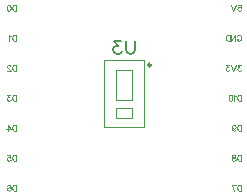
<source format=gbo>
G04 Layer: BottomSilkscreenLayer*
G04 EasyEDA v6.5.42, 2024-06-11 14:58:49*
G04 7db2e0652eb0440fb163e0b1e141f317,b485016a937d426fb03638db52ce050d,10*
G04 Gerber Generator version 0.2*
G04 Scale: 100 percent, Rotated: No, Reflected: No *
G04 Dimensions in millimeters *
G04 leading zeros omitted , absolute positions ,4 integer and 5 decimal *
%FSLAX45Y45*%
%MOMM*%

%ADD10C,0.1524*%
%ADD11C,0.1000*%
%ADD12C,0.1016*%
%ADD13C,0.2400*%

%LPD*%
D10*
X6057900Y5601715D02*
G01*
X6057900Y5523737D01*
X6052820Y5508244D01*
X6042406Y5497829D01*
X6026658Y5492750D01*
X6016243Y5492750D01*
X6000750Y5497829D01*
X5990336Y5508244D01*
X5985256Y5523737D01*
X5985256Y5601715D01*
X5940552Y5601715D02*
G01*
X5883402Y5601715D01*
X5914390Y5560060D01*
X5898895Y5560060D01*
X5888481Y5554979D01*
X5883402Y5549900D01*
X5878068Y5534152D01*
X5878068Y5523737D01*
X5883402Y5508244D01*
X5893815Y5497829D01*
X5909309Y5492750D01*
X5924804Y5492750D01*
X5940552Y5497829D01*
X5945631Y5502910D01*
X5950965Y5513323D01*
D11*
X6932325Y5905152D02*
G01*
X6955050Y5905152D01*
X6957324Y5884697D01*
X6955050Y5886970D01*
X6948233Y5889244D01*
X6941416Y5889244D01*
X6934596Y5886970D01*
X6930052Y5882424D01*
X6927778Y5875606D01*
X6927778Y5871060D01*
X6930052Y5864242D01*
X6934596Y5859698D01*
X6941416Y5857425D01*
X6948233Y5857425D01*
X6955050Y5859698D01*
X6957324Y5861969D01*
X6959597Y5866516D01*
X6912780Y5905152D02*
G01*
X6894596Y5857425D01*
X6876415Y5905152D02*
G01*
X6894596Y5857425D01*
X6925505Y5639790D02*
G01*
X6927778Y5644337D01*
X6932325Y5648881D01*
X6936869Y5651154D01*
X6945960Y5651154D01*
X6950506Y5648881D01*
X6955050Y5644337D01*
X6957324Y5639790D01*
X6959597Y5632973D01*
X6959597Y5621609D01*
X6957324Y5614791D01*
X6955050Y5610245D01*
X6950506Y5605701D01*
X6945960Y5603427D01*
X6936869Y5603427D01*
X6932325Y5605701D01*
X6927778Y5610245D01*
X6925505Y5614791D01*
X6925505Y5621609D01*
X6936869Y5621609D02*
G01*
X6925505Y5621609D01*
X6910506Y5651154D02*
G01*
X6910506Y5603427D01*
X6910506Y5651154D02*
G01*
X6878688Y5603427D01*
X6878688Y5651154D02*
G01*
X6878688Y5603427D01*
X6863689Y5651154D02*
G01*
X6863689Y5603427D01*
X6863689Y5651154D02*
G01*
X6847779Y5651154D01*
X6840961Y5648881D01*
X6836415Y5644337D01*
X6834141Y5639790D01*
X6831871Y5632973D01*
X6831871Y5621609D01*
X6834141Y5614791D01*
X6836415Y5610245D01*
X6840961Y5605701D01*
X6847779Y5603427D01*
X6863689Y5603427D01*
X6959597Y5143154D02*
G01*
X6959597Y5095427D01*
X6959597Y5143154D02*
G01*
X6943689Y5143154D01*
X6936869Y5140881D01*
X6932325Y5136337D01*
X6930052Y5131790D01*
X6927778Y5124973D01*
X6927778Y5113609D01*
X6930052Y5106791D01*
X6932325Y5102245D01*
X6936869Y5097701D01*
X6943689Y5095427D01*
X6959597Y5095427D01*
X6912780Y5134063D02*
G01*
X6908233Y5136337D01*
X6901416Y5143154D01*
X6901416Y5095427D01*
X6872780Y5143154D02*
G01*
X6879597Y5140881D01*
X6884141Y5134063D01*
X6886414Y5122699D01*
X6886414Y5115882D01*
X6884141Y5104518D01*
X6879597Y5097701D01*
X6872780Y5095427D01*
X6868233Y5095427D01*
X6861416Y5097701D01*
X6856869Y5104518D01*
X6854596Y5115882D01*
X6854596Y5122699D01*
X6856869Y5134063D01*
X6861416Y5140881D01*
X6868233Y5143154D01*
X6872780Y5143154D01*
X6955050Y5397154D02*
G01*
X6930052Y5397154D01*
X6943689Y5378973D01*
X6936869Y5378973D01*
X6932325Y5376699D01*
X6930052Y5374426D01*
X6927778Y5367609D01*
X6927778Y5363062D01*
X6930052Y5356245D01*
X6934596Y5351701D01*
X6941416Y5349427D01*
X6948233Y5349427D01*
X6955050Y5351701D01*
X6957324Y5353972D01*
X6959597Y5358518D01*
X6912780Y5397154D02*
G01*
X6894596Y5349427D01*
X6876415Y5397154D02*
G01*
X6894596Y5349427D01*
X6856869Y5397154D02*
G01*
X6831871Y5397154D01*
X6845505Y5378973D01*
X6838688Y5378973D01*
X6834141Y5376699D01*
X6831871Y5374426D01*
X6829597Y5367609D01*
X6829597Y5363062D01*
X6831871Y5356245D01*
X6836415Y5351701D01*
X6843234Y5349427D01*
X6850052Y5349427D01*
X6856869Y5351701D01*
X6859143Y5353972D01*
X6861416Y5358518D01*
X6959597Y4381157D02*
G01*
X6959597Y4333430D01*
X6959597Y4381157D02*
G01*
X6943689Y4381157D01*
X6936869Y4378883D01*
X6932325Y4374339D01*
X6930052Y4369793D01*
X6927778Y4362975D01*
X6927778Y4351611D01*
X6930052Y4344794D01*
X6932325Y4340247D01*
X6936869Y4335703D01*
X6943689Y4333430D01*
X6959597Y4333430D01*
X6880961Y4381157D02*
G01*
X6903689Y4333430D01*
X6912780Y4381157D02*
G01*
X6880961Y4381157D01*
X6959597Y4635154D02*
G01*
X6959597Y4587427D01*
X6959597Y4635154D02*
G01*
X6943689Y4635154D01*
X6936869Y4632881D01*
X6932325Y4628337D01*
X6930052Y4623790D01*
X6927778Y4616973D01*
X6927778Y4605609D01*
X6930052Y4598791D01*
X6932325Y4594245D01*
X6936869Y4589701D01*
X6943689Y4587427D01*
X6959597Y4587427D01*
X6901416Y4635154D02*
G01*
X6908233Y4632881D01*
X6910506Y4628337D01*
X6910506Y4623790D01*
X6908233Y4619246D01*
X6903689Y4616973D01*
X6894596Y4614699D01*
X6887778Y4612426D01*
X6883234Y4607882D01*
X6880961Y4603335D01*
X6880961Y4596518D01*
X6883234Y4591972D01*
X6885505Y4589701D01*
X6892325Y4587427D01*
X6901416Y4587427D01*
X6908233Y4589701D01*
X6910506Y4591972D01*
X6912780Y4596518D01*
X6912780Y4603335D01*
X6910506Y4607882D01*
X6905960Y4612426D01*
X6899142Y4614699D01*
X6890052Y4616973D01*
X6885505Y4619246D01*
X6883234Y4623790D01*
X6883234Y4628337D01*
X6885505Y4632881D01*
X6892325Y4635154D01*
X6901416Y4635154D01*
X6959597Y4889154D02*
G01*
X6959597Y4841427D01*
X6959597Y4889154D02*
G01*
X6943689Y4889154D01*
X6936869Y4886881D01*
X6932325Y4882337D01*
X6930052Y4877790D01*
X6927778Y4870973D01*
X6927778Y4859609D01*
X6930052Y4852791D01*
X6932325Y4848245D01*
X6936869Y4843701D01*
X6943689Y4841427D01*
X6959597Y4841427D01*
X6883234Y4873246D02*
G01*
X6885505Y4866426D01*
X6890052Y4861882D01*
X6896869Y4859609D01*
X6899142Y4859609D01*
X6905960Y4861882D01*
X6910506Y4866426D01*
X6912780Y4873246D01*
X6912780Y4875517D01*
X6910506Y4882337D01*
X6905960Y4886881D01*
X6899142Y4889154D01*
X6896869Y4889154D01*
X6890052Y4886881D01*
X6885505Y4882337D01*
X6883234Y4873246D01*
X6883234Y4861882D01*
X6885505Y4850518D01*
X6890052Y4843701D01*
X6896869Y4841427D01*
X6901416Y4841427D01*
X6908233Y4843701D01*
X6910506Y4848245D01*
X5054602Y5905152D02*
G01*
X5054602Y5857425D01*
X5054602Y5905152D02*
G01*
X5038694Y5905152D01*
X5031874Y5902878D01*
X5027330Y5898334D01*
X5025057Y5893788D01*
X5022783Y5886970D01*
X5022783Y5875606D01*
X5025057Y5868789D01*
X5027330Y5864242D01*
X5031874Y5859698D01*
X5038694Y5857425D01*
X5054602Y5857425D01*
X4994147Y5905152D02*
G01*
X5000965Y5902878D01*
X5005511Y5896061D01*
X5007785Y5884697D01*
X5007785Y5877880D01*
X5005511Y5866516D01*
X5000965Y5859698D01*
X4994147Y5857425D01*
X4989601Y5857425D01*
X4982784Y5859698D01*
X4978239Y5866516D01*
X4975966Y5877880D01*
X4975966Y5884697D01*
X4978239Y5896061D01*
X4982784Y5902878D01*
X4989601Y5905152D01*
X4994147Y5905152D01*
X5054602Y5651154D02*
G01*
X5054602Y5603427D01*
X5054602Y5651154D02*
G01*
X5038694Y5651154D01*
X5031874Y5648881D01*
X5027330Y5644337D01*
X5025057Y5639790D01*
X5022783Y5632973D01*
X5022783Y5621609D01*
X5025057Y5614791D01*
X5027330Y5610245D01*
X5031874Y5605701D01*
X5038694Y5603427D01*
X5054602Y5603427D01*
X5007785Y5642063D02*
G01*
X5003238Y5644337D01*
X4996421Y5651154D01*
X4996421Y5603427D01*
X5054602Y5397154D02*
G01*
X5054602Y5349427D01*
X5054602Y5397154D02*
G01*
X5038694Y5397154D01*
X5031874Y5394881D01*
X5027330Y5390337D01*
X5025057Y5385790D01*
X5022783Y5378973D01*
X5022783Y5367609D01*
X5025057Y5360791D01*
X5027330Y5356245D01*
X5031874Y5351701D01*
X5038694Y5349427D01*
X5054602Y5349427D01*
X5005511Y5385790D02*
G01*
X5005511Y5388063D01*
X5003238Y5392607D01*
X5000965Y5394881D01*
X4996421Y5397154D01*
X4987330Y5397154D01*
X4982784Y5394881D01*
X4980510Y5392607D01*
X4978239Y5388063D01*
X4978239Y5383517D01*
X4980510Y5378973D01*
X4985057Y5372153D01*
X5007785Y5349427D01*
X4975966Y5349427D01*
X5054602Y5143154D02*
G01*
X5054602Y5095427D01*
X5054602Y5143154D02*
G01*
X5038694Y5143154D01*
X5031874Y5140881D01*
X5027330Y5136337D01*
X5025057Y5131790D01*
X5022783Y5124973D01*
X5022783Y5113609D01*
X5025057Y5106791D01*
X5027330Y5102245D01*
X5031874Y5097701D01*
X5038694Y5095427D01*
X5054602Y5095427D01*
X5003238Y5143154D02*
G01*
X4978239Y5143154D01*
X4991874Y5124973D01*
X4985057Y5124973D01*
X4980510Y5122699D01*
X4978239Y5120426D01*
X4975966Y5113609D01*
X4975966Y5109062D01*
X4978239Y5102245D01*
X4982784Y5097701D01*
X4989601Y5095427D01*
X4996421Y5095427D01*
X5003238Y5097701D01*
X5005511Y5099972D01*
X5007785Y5104518D01*
X5054602Y4889154D02*
G01*
X5054602Y4841427D01*
X5054602Y4889154D02*
G01*
X5038694Y4889154D01*
X5031874Y4886881D01*
X5027330Y4882337D01*
X5025057Y4877790D01*
X5022783Y4870973D01*
X5022783Y4859609D01*
X5025057Y4852791D01*
X5027330Y4848245D01*
X5031874Y4843701D01*
X5038694Y4841427D01*
X5054602Y4841427D01*
X4985057Y4889154D02*
G01*
X5007785Y4857335D01*
X4973693Y4857335D01*
X4985057Y4889154D02*
G01*
X4985057Y4841427D01*
X5054602Y4635154D02*
G01*
X5054602Y4587427D01*
X5054602Y4635154D02*
G01*
X5038694Y4635154D01*
X5031874Y4632881D01*
X5027330Y4628337D01*
X5025057Y4623790D01*
X5022783Y4616973D01*
X5022783Y4605609D01*
X5025057Y4598791D01*
X5027330Y4594245D01*
X5031874Y4589701D01*
X5038694Y4587427D01*
X5054602Y4587427D01*
X4980510Y4635154D02*
G01*
X5003238Y4635154D01*
X5005511Y4614699D01*
X5003238Y4616973D01*
X4996421Y4619246D01*
X4989601Y4619246D01*
X4982784Y4616973D01*
X4978239Y4612426D01*
X4975966Y4605609D01*
X4975966Y4601062D01*
X4978239Y4594245D01*
X4982784Y4589701D01*
X4989601Y4587427D01*
X4996421Y4587427D01*
X5003238Y4589701D01*
X5005511Y4591972D01*
X5007785Y4596518D01*
X5054602Y4381157D02*
G01*
X5054602Y4333430D01*
X5054602Y4381157D02*
G01*
X5038694Y4381157D01*
X5031874Y4378883D01*
X5027330Y4374339D01*
X5025057Y4369793D01*
X5022783Y4362975D01*
X5022783Y4351611D01*
X5025057Y4344794D01*
X5027330Y4340247D01*
X5031874Y4335703D01*
X5038694Y4333430D01*
X5054602Y4333430D01*
X4980510Y4374339D02*
G01*
X4982784Y4378883D01*
X4989601Y4381157D01*
X4994147Y4381157D01*
X5000965Y4378883D01*
X5005511Y4372066D01*
X5007785Y4360702D01*
X5007785Y4349338D01*
X5005511Y4340247D01*
X5000965Y4335703D01*
X4994147Y4333430D01*
X4991874Y4333430D01*
X4985057Y4335703D01*
X4980510Y4340247D01*
X4978239Y4347065D01*
X4978239Y4349338D01*
X4980510Y4356155D01*
X4985057Y4360702D01*
X4991874Y4362975D01*
X4994147Y4362975D01*
X5000965Y4360702D01*
X5005511Y4356155D01*
X5007785Y4349338D01*
D12*
X6140157Y5440370D02*
G01*
X6140157Y4870368D01*
X5800178Y4870368D01*
X5800178Y5440370D01*
X6140157Y5440370D01*
X6040158Y5357860D02*
G01*
X5900178Y5357860D01*
X5900178Y5097866D01*
X6040158Y5097866D01*
X6040158Y5357860D01*
X6040158Y5037869D02*
G01*
X5900178Y5037869D01*
X5900178Y4947853D01*
X6040158Y4947853D01*
X6040158Y5037869D01*
D13*
G75*
G01
X6196889Y5397500D02*
G03X6196889Y5397500I-11989J0D01*
M02*

</source>
